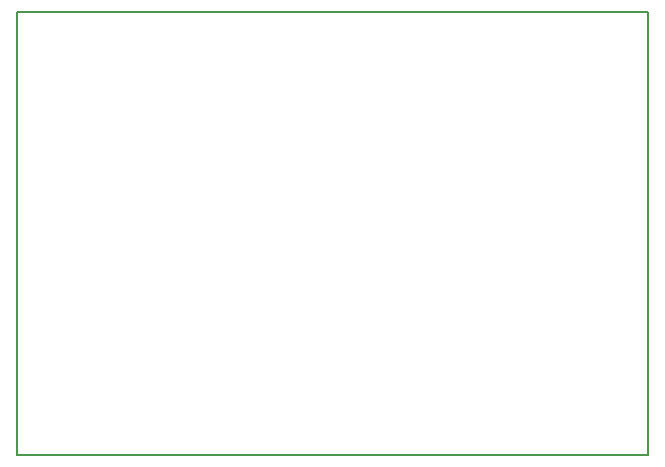
<source format=gbr>
G04 #@! TF.GenerationSoftware,KiCad,Pcbnew,(5.1.4-0)*
G04 #@! TF.CreationDate,2020-02-24T15:27:03-08:00*
G04 #@! TF.ProjectId,SPV1040,53505631-3034-4302-9e6b-696361645f70,rev?*
G04 #@! TF.SameCoordinates,Original*
G04 #@! TF.FileFunction,Profile,NP*
%FSLAX46Y46*%
G04 Gerber Fmt 4.6, Leading zero omitted, Abs format (unit mm)*
G04 Created by KiCad (PCBNEW (5.1.4-0)) date 2020-02-24 15:27:03*
%MOMM*%
%LPD*%
G04 APERTURE LIST*
%ADD10C,0.150000*%
G04 APERTURE END LIST*
D10*
X46228000Y-79375000D02*
X46228000Y-41910000D01*
X99695000Y-79375000D02*
X46228000Y-79375000D01*
X99695000Y-41910000D02*
X99695000Y-79375000D01*
X46228000Y-41884600D02*
X99695000Y-41910000D01*
M02*

</source>
